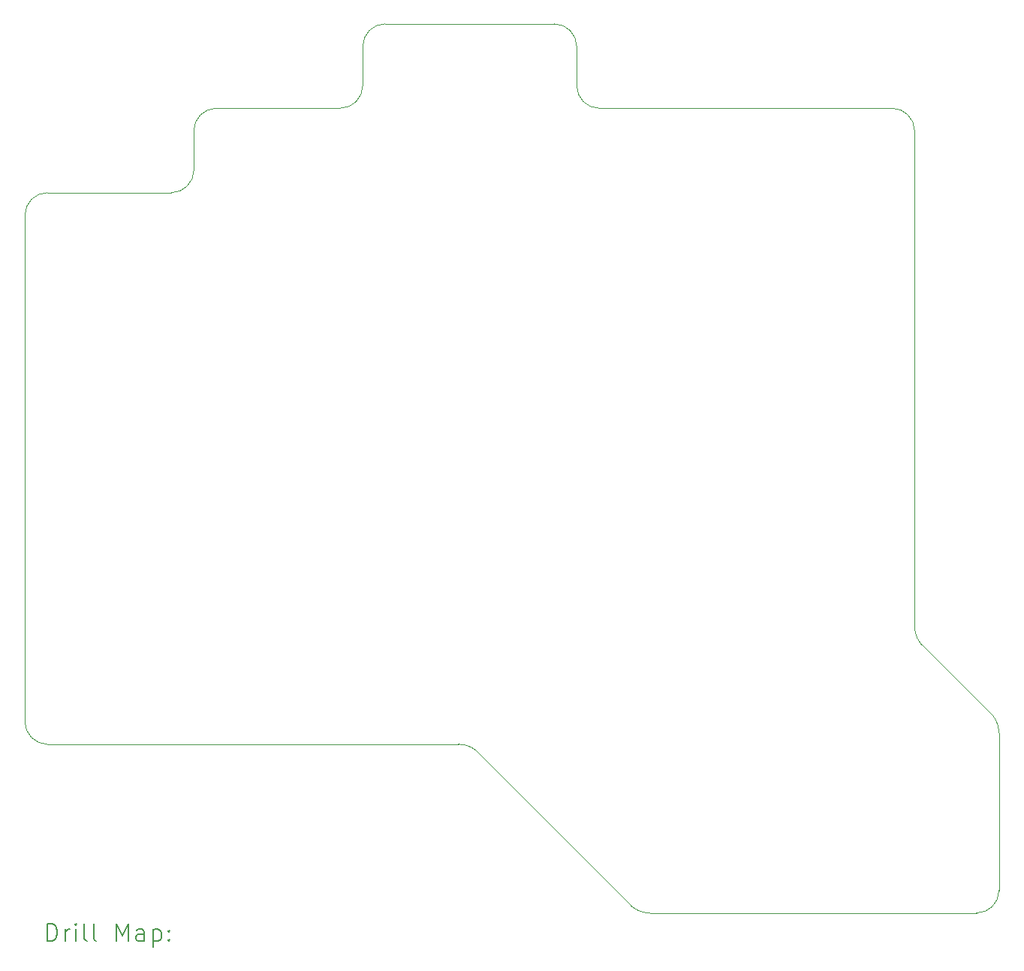
<source format=gbr>
%FSLAX45Y45*%
G04 Gerber Fmt 4.5, Leading zero omitted, Abs format (unit mm)*
G04 Created by KiCad (PCBNEW (6.0.6-1)-1) date 2022-07-18 09:19:38*
%MOMM*%
%LPD*%
G01*
G04 APERTURE LIST*
%TA.AperFunction,Profile*%
%ADD10C,0.120000*%
%TD*%
%ADD11C,0.200000*%
G04 APERTURE END LIST*
D10*
X2159000Y-3683000D02*
G75*
G03*
X2286000Y-3937000I317500J0D01*
G01*
X3111500Y-4889500D02*
G75*
G03*
X2984500Y-4635500I-317500J0D01*
G01*
X-1079500Y-6794500D02*
G75*
G03*
X-825500Y-6921500I254000J190500D01*
G01*
X-2730500Y-5143500D02*
G75*
G03*
X-2984500Y-5016500I-254000J-190500D01*
G01*
X-4318000Y2159000D02*
G75*
G03*
X-4064000Y2413000I0J254000D01*
G01*
X-6223000Y1206500D02*
G75*
G03*
X-5969000Y1460500I0J254000D01*
G01*
X-7620000Y1206500D02*
G75*
G03*
X-7874000Y952500I0J-254000D01*
G01*
X-5715000Y2159000D02*
G75*
G03*
X-5969000Y1905000I0J-254000D01*
G01*
X-3810000Y3111500D02*
G75*
G03*
X-4064000Y2857500I0J-254000D01*
G01*
X-3810000Y3111500D02*
X-3556000Y3111500D01*
X-4064000Y2413000D02*
X-4064000Y2857500D01*
X-5715000Y2159000D02*
X-4318000Y2159000D01*
X-5969000Y1460500D02*
X-5969000Y1905000D01*
X-7620000Y1206500D02*
X-6223000Y1206500D01*
X-2730500Y-5143500D02*
X-1079500Y-6794500D01*
X-2984500Y-5016500D02*
X-7620000Y-5016500D01*
X2159000Y-3683000D02*
X2159000Y1905000D01*
X2984500Y-4635500D02*
X2286000Y-3937000D01*
X-1651000Y2413000D02*
X-1651000Y2857500D01*
X-7874000Y952500D02*
X-7874000Y-4762500D01*
X-1651000Y2413000D02*
G75*
G03*
X-1397000Y2159000I254000J0D01*
G01*
X-1651000Y2857500D02*
G75*
G03*
X-1905000Y3111500I-254000J0D01*
G01*
X-7874000Y-4762500D02*
G75*
G03*
X-7620000Y-5016500I254000J0D01*
G01*
X2159000Y1905000D02*
G75*
G03*
X1905000Y2159000I-254000J0D01*
G01*
X-1397000Y2159000D02*
X1905000Y2159000D01*
X2857500Y-6921500D02*
G75*
G03*
X3111500Y-6667500I0J254000D01*
G01*
X3111500Y-4889500D02*
X3111500Y-6667500D01*
X-1905000Y3111500D02*
X-3556000Y3111500D01*
X2857500Y-6921500D02*
X-825500Y-6921500D01*
D11*
X-7622381Y-7237976D02*
X-7622381Y-7037976D01*
X-7574762Y-7037976D01*
X-7546190Y-7047500D01*
X-7527143Y-7066548D01*
X-7517619Y-7085595D01*
X-7508095Y-7123690D01*
X-7508095Y-7152262D01*
X-7517619Y-7190357D01*
X-7527143Y-7209405D01*
X-7546190Y-7228452D01*
X-7574762Y-7237976D01*
X-7622381Y-7237976D01*
X-7422381Y-7237976D02*
X-7422381Y-7104643D01*
X-7422381Y-7142738D02*
X-7412857Y-7123690D01*
X-7403333Y-7114167D01*
X-7384286Y-7104643D01*
X-7365238Y-7104643D01*
X-7298571Y-7237976D02*
X-7298571Y-7104643D01*
X-7298571Y-7037976D02*
X-7308095Y-7047500D01*
X-7298571Y-7057024D01*
X-7289048Y-7047500D01*
X-7298571Y-7037976D01*
X-7298571Y-7057024D01*
X-7174762Y-7237976D02*
X-7193810Y-7228452D01*
X-7203333Y-7209405D01*
X-7203333Y-7037976D01*
X-7070000Y-7237976D02*
X-7089048Y-7228452D01*
X-7098571Y-7209405D01*
X-7098571Y-7037976D01*
X-6841429Y-7237976D02*
X-6841429Y-7037976D01*
X-6774762Y-7180833D01*
X-6708095Y-7037976D01*
X-6708095Y-7237976D01*
X-6527143Y-7237976D02*
X-6527143Y-7133214D01*
X-6536667Y-7114167D01*
X-6555714Y-7104643D01*
X-6593810Y-7104643D01*
X-6612857Y-7114167D01*
X-6527143Y-7228452D02*
X-6546190Y-7237976D01*
X-6593810Y-7237976D01*
X-6612857Y-7228452D01*
X-6622381Y-7209405D01*
X-6622381Y-7190357D01*
X-6612857Y-7171309D01*
X-6593810Y-7161786D01*
X-6546190Y-7161786D01*
X-6527143Y-7152262D01*
X-6431905Y-7104643D02*
X-6431905Y-7304643D01*
X-6431905Y-7114167D02*
X-6412857Y-7104643D01*
X-6374762Y-7104643D01*
X-6355714Y-7114167D01*
X-6346190Y-7123690D01*
X-6336667Y-7142738D01*
X-6336667Y-7199881D01*
X-6346190Y-7218928D01*
X-6355714Y-7228452D01*
X-6374762Y-7237976D01*
X-6412857Y-7237976D01*
X-6431905Y-7228452D01*
X-6250952Y-7218928D02*
X-6241429Y-7228452D01*
X-6250952Y-7237976D01*
X-6260476Y-7228452D01*
X-6250952Y-7218928D01*
X-6250952Y-7237976D01*
X-6250952Y-7114167D02*
X-6241429Y-7123690D01*
X-6250952Y-7133214D01*
X-6260476Y-7123690D01*
X-6250952Y-7114167D01*
X-6250952Y-7133214D01*
M02*

</source>
